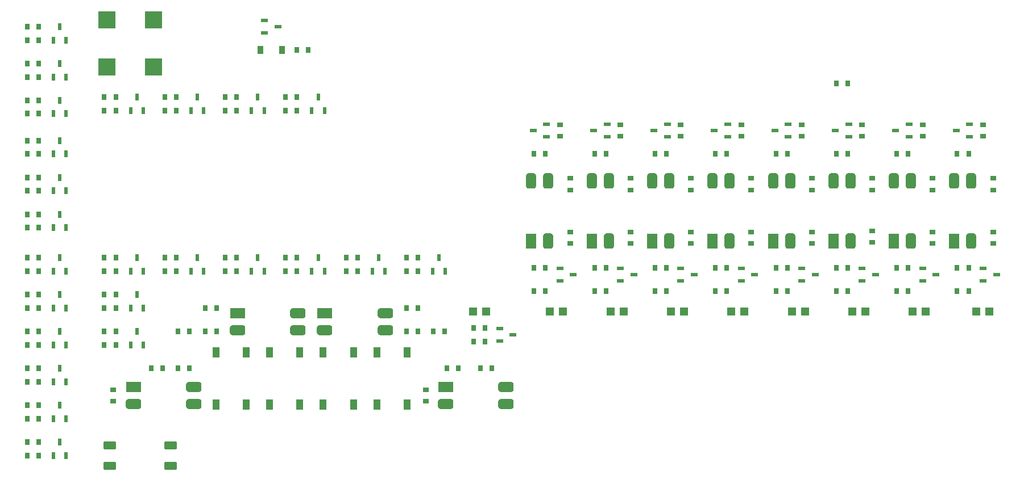
<source format=gtp>
G04*
G04 #@! TF.GenerationSoftware,Altium Limited,Altium Designer,22.8.2 (66)*
G04*
G04 Layer_Color=8421504*
%FSLAX25Y25*%
%MOIN*%
G70*
G04*
G04 #@! TF.SameCoordinates,212F37CB-D32F-4CA9-9F40-9CB884434D69*
G04*
G04*
G04 #@! TF.FilePolarity,Positive*
G04*
G01*
G75*
%ADD17R,0.03150X0.03347*%
%ADD18R,0.09843X0.09843*%
%ADD19R,0.03937X0.02362*%
%ADD20R,0.02362X0.03937*%
%ADD21R,0.04724X0.05118*%
%ADD22R,0.03347X0.03150*%
%ADD23R,0.03583X0.04500*%
G04:AMPARAMS|DCode=24|XSize=47.24mil|YSize=71.65mil|CornerRadius=5.91mil|HoleSize=0mil|Usage=FLASHONLY|Rotation=270.000|XOffset=0mil|YOffset=0mil|HoleType=Round|Shape=RoundedRectangle|*
%AMROUNDEDRECTD24*
21,1,0.04724,0.05984,0,0,270.0*
21,1,0.03543,0.07165,0,0,270.0*
1,1,0.01181,-0.02992,-0.01772*
1,1,0.01181,-0.02992,0.01772*
1,1,0.01181,0.02992,0.01772*
1,1,0.01181,0.02992,-0.01772*
%
%ADD24ROUNDEDRECTD24*%
G04:AMPARAMS|DCode=25|XSize=90mil|YSize=60mil|CornerRadius=15mil|HoleSize=0mil|Usage=FLASHONLY|Rotation=0.000|XOffset=0mil|YOffset=0mil|HoleType=Round|Shape=RoundedRectangle|*
%AMROUNDEDRECTD25*
21,1,0.09000,0.03000,0,0,0.0*
21,1,0.06000,0.06000,0,0,0.0*
1,1,0.03000,0.03000,-0.01500*
1,1,0.03000,-0.03000,-0.01500*
1,1,0.03000,-0.03000,0.01500*
1,1,0.03000,0.03000,0.01500*
%
%ADD25ROUNDEDRECTD25*%
%ADD26R,0.09000X0.06000*%
G04:AMPARAMS|DCode=27|XSize=62.99mil|YSize=43.31mil|CornerRadius=4.33mil|HoleSize=0mil|Usage=FLASHONLY|Rotation=270.000|XOffset=0mil|YOffset=0mil|HoleType=Round|Shape=RoundedRectangle|*
%AMROUNDEDRECTD27*
21,1,0.06299,0.03465,0,0,270.0*
21,1,0.05433,0.04331,0,0,270.0*
1,1,0.00866,-0.01732,-0.02717*
1,1,0.00866,-0.01732,0.02717*
1,1,0.00866,0.01732,0.02717*
1,1,0.00866,0.01732,-0.02717*
%
%ADD27ROUNDEDRECTD27*%
G04:AMPARAMS|DCode=28|XSize=90mil|YSize=60mil|CornerRadius=15mil|HoleSize=0mil|Usage=FLASHONLY|Rotation=90.000|XOffset=0mil|YOffset=0mil|HoleType=Round|Shape=RoundedRectangle|*
%AMROUNDEDRECTD28*
21,1,0.09000,0.03000,0,0,90.0*
21,1,0.06000,0.06000,0,0,90.0*
1,1,0.03000,0.01500,0.03000*
1,1,0.03000,0.01500,-0.03000*
1,1,0.03000,-0.01500,-0.03000*
1,1,0.03000,-0.01500,0.03000*
%
%ADD28ROUNDEDRECTD28*%
%ADD29R,0.06000X0.09000*%
D17*
X290748Y96457D02*
D03*
X284055D02*
D03*
X209252Y137795D02*
D03*
X215945D02*
D03*
X284055Y104331D02*
D03*
X290748D02*
D03*
X319488Y139764D02*
D03*
X326181D02*
D03*
X467913Y125984D02*
D03*
X461221D02*
D03*
X461221Y139764D02*
D03*
X467913D02*
D03*
X503346Y125984D02*
D03*
X496654D02*
D03*
X496654Y139764D02*
D03*
X503346D02*
D03*
X574213Y125984D02*
D03*
X567520D02*
D03*
X567520Y139764D02*
D03*
X574213D02*
D03*
X538780Y125984D02*
D03*
X532087D02*
D03*
X532087Y139764D02*
D03*
X538779D02*
D03*
X432480Y125984D02*
D03*
X425787D02*
D03*
X425787Y139764D02*
D03*
X432480D02*
D03*
X326181Y125984D02*
D03*
X319488D02*
D03*
X397047D02*
D03*
X390354D02*
D03*
X361614D02*
D03*
X354921D02*
D03*
X354921Y139764D02*
D03*
X361614D02*
D03*
X390354D02*
D03*
X397047D02*
D03*
X496654Y248031D02*
D03*
X503346D02*
D03*
X361614Y206693D02*
D03*
X354921D02*
D03*
X180315Y267717D02*
D03*
X187008D02*
D03*
X22244Y192913D02*
D03*
X28937D02*
D03*
X28937Y185039D02*
D03*
X22244D02*
D03*
X22244Y214567D02*
D03*
X28937D02*
D03*
X28937Y206693D02*
D03*
X22244D02*
D03*
X22244Y171260D02*
D03*
X28937D02*
D03*
X28937Y163386D02*
D03*
X22244D02*
D03*
X109646Y232283D02*
D03*
X102953D02*
D03*
X102953Y240158D02*
D03*
X109646D02*
D03*
X67520D02*
D03*
X74213D02*
D03*
X74213Y232283D02*
D03*
X67520D02*
D03*
X145079D02*
D03*
X138386D02*
D03*
X138386Y240158D02*
D03*
X145079D02*
D03*
X173819D02*
D03*
X180512D02*
D03*
X180512Y232283D02*
D03*
X173819D02*
D03*
X22244Y251969D02*
D03*
X28937D02*
D03*
X22244Y281496D02*
D03*
X28937D02*
D03*
X22244Y273622D02*
D03*
X28937D02*
D03*
X28937Y259842D02*
D03*
X22244D02*
D03*
X28937Y230315D02*
D03*
X22244D02*
D03*
X22244Y238189D02*
D03*
X28937D02*
D03*
X22244Y145669D02*
D03*
X28937D02*
D03*
X28937Y137795D02*
D03*
X22244D02*
D03*
X145079D02*
D03*
X138386D02*
D03*
X138386Y145669D02*
D03*
X145079D02*
D03*
X173819D02*
D03*
X180512D02*
D03*
X180512Y137795D02*
D03*
X173819D02*
D03*
X209252Y145669D02*
D03*
X215945D02*
D03*
X244685D02*
D03*
X251378D02*
D03*
X251378Y137795D02*
D03*
X244685D02*
D03*
X102953Y145669D02*
D03*
X109646D02*
D03*
X109646Y137795D02*
D03*
X102953D02*
D03*
X74213D02*
D03*
X67520D02*
D03*
X67520Y145669D02*
D03*
X74213D02*
D03*
X28937Y29528D02*
D03*
X22244D02*
D03*
X22244Y37402D02*
D03*
X28937D02*
D03*
X28937Y51181D02*
D03*
X22244D02*
D03*
X22244Y59055D02*
D03*
X28937D02*
D03*
X28937Y72835D02*
D03*
X22244D02*
D03*
X22244Y80709D02*
D03*
X28937D02*
D03*
X28937Y94488D02*
D03*
X22244D02*
D03*
X22244Y102362D02*
D03*
X28937D02*
D03*
X28937Y116142D02*
D03*
X22244D02*
D03*
X22244Y124016D02*
D03*
X28937D02*
D03*
X67520Y94488D02*
D03*
X74213D02*
D03*
X67520Y102362D02*
D03*
X74213D02*
D03*
X74213Y116142D02*
D03*
X67520D02*
D03*
X67520Y124016D02*
D03*
X74213D02*
D03*
X268307Y80709D02*
D03*
X275000D02*
D03*
X294685D02*
D03*
X287992D02*
D03*
X567520Y206693D02*
D03*
X574213D02*
D03*
X532087D02*
D03*
X538780D02*
D03*
X496654D02*
D03*
X503346D02*
D03*
X461221D02*
D03*
X467913D02*
D03*
X432480D02*
D03*
X425787D02*
D03*
X390354D02*
D03*
X397047D02*
D03*
X326181D02*
D03*
X319488D02*
D03*
X117520Y80709D02*
D03*
X110827D02*
D03*
X101772D02*
D03*
X95079D02*
D03*
X260433Y102362D02*
D03*
X267126D02*
D03*
X244685D02*
D03*
X251378D02*
D03*
X133268D02*
D03*
X126575D02*
D03*
X117520D02*
D03*
X110827D02*
D03*
X133268Y116142D02*
D03*
X126575D02*
D03*
X244685D02*
D03*
X251378D02*
D03*
D18*
X68898Y257874D02*
D03*
Y285433D02*
D03*
X96457D02*
D03*
Y257874D02*
D03*
D19*
X590551Y135827D02*
D03*
X582677Y132087D02*
D03*
Y139567D02*
D03*
X476378D02*
D03*
Y132087D02*
D03*
X484252Y135827D02*
D03*
X511811Y139567D02*
D03*
Y132087D02*
D03*
X519685Y135827D02*
D03*
X547244Y139567D02*
D03*
Y132087D02*
D03*
X555118Y135827D02*
D03*
X440945Y139567D02*
D03*
Y132087D02*
D03*
X448819Y135827D02*
D03*
X405512Y139567D02*
D03*
Y132087D02*
D03*
X413386Y135827D02*
D03*
X334646Y139567D02*
D03*
Y132087D02*
D03*
X342520Y135827D02*
D03*
X370079Y139567D02*
D03*
Y132087D02*
D03*
X377953Y135827D02*
D03*
X307087Y100394D02*
D03*
X299213Y96653D02*
D03*
Y104134D02*
D03*
X169291Y281496D02*
D03*
X161417Y277756D02*
D03*
Y285236D02*
D03*
X566929Y220472D02*
D03*
X574803Y224213D02*
D03*
Y216732D02*
D03*
X531496Y220472D02*
D03*
X539370Y224213D02*
D03*
Y216732D02*
D03*
X496063Y220472D02*
D03*
X503937Y224213D02*
D03*
Y216732D02*
D03*
X460630Y220472D02*
D03*
X468504Y224213D02*
D03*
Y216732D02*
D03*
X425197Y220472D02*
D03*
X433071Y224213D02*
D03*
Y216732D02*
D03*
X389764Y220472D02*
D03*
X397638Y224213D02*
D03*
Y216732D02*
D03*
X354331Y220472D02*
D03*
X362205Y224213D02*
D03*
Y216732D02*
D03*
X318898Y220472D02*
D03*
X326772Y224213D02*
D03*
Y216732D02*
D03*
D20*
X82874Y116142D02*
D03*
X90354D02*
D03*
X86614Y124016D02*
D03*
X37598Y29528D02*
D03*
X45079D02*
D03*
X41339Y37402D02*
D03*
Y171260D02*
D03*
X45079Y163386D02*
D03*
X37598D02*
D03*
X41339Y192913D02*
D03*
X45079Y185039D02*
D03*
X37598D02*
D03*
X41339Y214567D02*
D03*
X45079Y206693D02*
D03*
X37598D02*
D03*
X86614Y240158D02*
D03*
X90354Y232283D02*
D03*
X82874D02*
D03*
X122047Y240158D02*
D03*
X125787Y232283D02*
D03*
X118307D02*
D03*
X157480Y240158D02*
D03*
X161221Y232283D02*
D03*
X153740D02*
D03*
X192913Y240158D02*
D03*
X196653Y232283D02*
D03*
X189173D02*
D03*
X41339Y238189D02*
D03*
X45079Y230315D02*
D03*
X37598D02*
D03*
X41339Y281496D02*
D03*
X45079Y273622D02*
D03*
X37598D02*
D03*
X41339Y259842D02*
D03*
X45079Y251969D02*
D03*
X37598D02*
D03*
X157480Y145669D02*
D03*
X161221Y137795D02*
D03*
X153740D02*
D03*
X228346Y145669D02*
D03*
X232087Y137795D02*
D03*
X224606D02*
D03*
X192913Y145669D02*
D03*
X196653Y137795D02*
D03*
X189173D02*
D03*
X263779Y145669D02*
D03*
X267520Y137795D02*
D03*
X260039D02*
D03*
X122047Y145669D02*
D03*
X125787Y137795D02*
D03*
X118307D02*
D03*
X41339Y145669D02*
D03*
X45079Y137795D02*
D03*
X37598D02*
D03*
X86614Y145669D02*
D03*
X90354Y137795D02*
D03*
X82874D02*
D03*
X41339Y59055D02*
D03*
X45079Y51181D02*
D03*
X37598D02*
D03*
X41339Y80709D02*
D03*
X45079Y72835D02*
D03*
X37598D02*
D03*
X41339Y102362D02*
D03*
X45079Y94488D02*
D03*
X37598D02*
D03*
X41339Y124016D02*
D03*
X45079Y116142D02*
D03*
X37598D02*
D03*
X86614Y102362D02*
D03*
X90354Y94488D02*
D03*
X82874D02*
D03*
D21*
X291240Y114173D02*
D03*
X283563D02*
D03*
X478248D02*
D03*
X470571D02*
D03*
X442815D02*
D03*
X435138D02*
D03*
X586516D02*
D03*
X578839D02*
D03*
X549114D02*
D03*
X541437D02*
D03*
X513681D02*
D03*
X506004D02*
D03*
X336516D02*
D03*
X328839D02*
D03*
X407382D02*
D03*
X399705D02*
D03*
X371949D02*
D03*
X364272D02*
D03*
D22*
X553150Y160827D02*
D03*
Y154134D02*
D03*
X255906Y68307D02*
D03*
Y61614D02*
D03*
X72835Y68307D02*
D03*
Y61614D02*
D03*
X582677Y217126D02*
D03*
Y223819D02*
D03*
X547244Y217126D02*
D03*
Y223819D02*
D03*
X511811Y217126D02*
D03*
Y223819D02*
D03*
X476378Y217126D02*
D03*
Y223819D02*
D03*
X440945Y217126D02*
D03*
Y223819D02*
D03*
X405512Y217126D02*
D03*
Y223819D02*
D03*
X370079Y217126D02*
D03*
Y223819D02*
D03*
X334646Y217126D02*
D03*
Y223819D02*
D03*
X588583Y154134D02*
D03*
Y160827D02*
D03*
X588583Y192323D02*
D03*
Y185630D02*
D03*
X553150Y192323D02*
D03*
Y185630D02*
D03*
X517717Y154724D02*
D03*
Y161417D02*
D03*
X517717Y192323D02*
D03*
Y185630D02*
D03*
X482283Y154134D02*
D03*
Y160827D02*
D03*
X482283Y192323D02*
D03*
Y185630D02*
D03*
X446850Y154134D02*
D03*
Y160827D02*
D03*
Y192323D02*
D03*
Y185630D02*
D03*
X411417Y154134D02*
D03*
Y160827D02*
D03*
Y192323D02*
D03*
Y185630D02*
D03*
X375984Y154134D02*
D03*
Y160827D02*
D03*
Y192323D02*
D03*
Y185630D02*
D03*
X340551Y192323D02*
D03*
Y185630D02*
D03*
Y154134D02*
D03*
Y160827D02*
D03*
D23*
X158898Y267717D02*
D03*
X171811D02*
D03*
D24*
X70866Y35433D02*
D03*
Y23583D02*
D03*
X106299Y35433D02*
D03*
Y23583D02*
D03*
D25*
X303150Y59961D02*
D03*
Y69961D02*
D03*
X267717Y59961D02*
D03*
X232283Y103268D02*
D03*
Y113268D02*
D03*
X196850Y103268D02*
D03*
X181102D02*
D03*
Y113268D02*
D03*
X145669Y103268D02*
D03*
X120079Y59961D02*
D03*
Y69961D02*
D03*
X84646Y59961D02*
D03*
D26*
X267717Y69961D02*
D03*
X196850Y113268D02*
D03*
X145669D02*
D03*
X84646Y69961D02*
D03*
D27*
X245079Y59449D02*
D03*
X227362Y90158D02*
D03*
Y59449D02*
D03*
X245079Y90158D02*
D03*
X195866D02*
D03*
X213583Y59449D02*
D03*
Y90158D02*
D03*
X195866Y59449D02*
D03*
X182087D02*
D03*
X164370Y90158D02*
D03*
Y59449D02*
D03*
X182087Y90158D02*
D03*
X132874D02*
D03*
X150591Y59449D02*
D03*
Y90158D02*
D03*
X132874Y59449D02*
D03*
D28*
X575866Y190945D02*
D03*
X565866D02*
D03*
X575866Y155512D02*
D03*
X540433Y190945D02*
D03*
X530433D02*
D03*
X540433Y155512D02*
D03*
X505000Y190945D02*
D03*
X495000D02*
D03*
X505000Y155512D02*
D03*
X469567Y190945D02*
D03*
X459567D02*
D03*
X469567Y155512D02*
D03*
X434134Y190945D02*
D03*
X424134D02*
D03*
X434134Y155512D02*
D03*
X398701Y190945D02*
D03*
X388701D02*
D03*
X398701Y155512D02*
D03*
X363268Y190945D02*
D03*
X353268D02*
D03*
X363268Y155512D02*
D03*
X327835Y190945D02*
D03*
X317835D02*
D03*
X327835Y155512D02*
D03*
D29*
X565866D02*
D03*
X530433D02*
D03*
X495000D02*
D03*
X459567D02*
D03*
X424134D02*
D03*
X388701D02*
D03*
X353268D02*
D03*
X317835D02*
D03*
M02*

</source>
